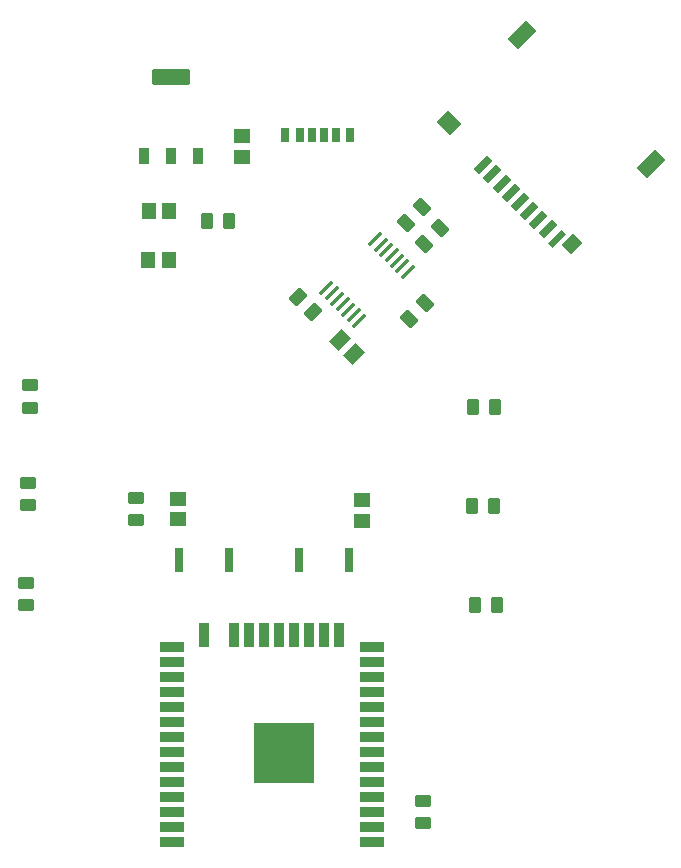
<source format=gbr>
%TF.GenerationSoftware,Altium Limited,Altium Designer,22.2.1 (43)*%
G04 Layer_Color=8421504*
%FSLAX45Y45*%
%MOMM*%
%TF.SameCoordinates,E85C5352-B1E5-4D08-830E-0896481A3A09*%
%TF.FilePolarity,Positive*%
%TF.FileFunction,Paste,Top*%
%TF.Part,Single*%
G01*
G75*
%TA.AperFunction,SMDPad,CuDef*%
%ADD10R,0.80000X1.20000*%
%ADD11R,0.76000X1.20000*%
%ADD12R,0.70000X1.20000*%
%ADD13R,2.00000X0.90000*%
G04:AMPARAMS|DCode=14|XSize=1mm|YSize=1.42mm|CornerRadius=0.125mm|HoleSize=0mm|Usage=FLASHONLY|Rotation=90.000|XOffset=0mm|YOffset=0mm|HoleType=Round|Shape=RoundedRectangle|*
%AMROUNDEDRECTD14*
21,1,1.00000,1.17000,0,0,90.0*
21,1,0.75000,1.42000,0,0,90.0*
1,1,0.25000,0.58500,0.37500*
1,1,0.25000,0.58500,-0.37500*
1,1,0.25000,-0.58500,-0.37500*
1,1,0.25000,-0.58500,0.37500*
%
%ADD14ROUNDEDRECTD14*%
G04:AMPARAMS|DCode=15|XSize=1.16mm|YSize=1.47mm|CornerRadius=0mm|HoleSize=0mm|Usage=FLASHONLY|Rotation=135.000|XOffset=0mm|YOffset=0mm|HoleType=Round|Shape=Rectangle|*
%AMROTATEDRECTD15*
4,1,4,0.92985,0.10960,-0.10960,-0.92985,-0.92985,-0.10960,0.10960,0.92985,0.92985,0.10960,0.0*
%
%ADD15ROTATEDRECTD15*%

%ADD16R,1.16000X1.47000*%
%ADD17R,1.47000X1.16000*%
%ADD18R,0.90000X2.00000*%
%ADD19R,5.08000X5.08000*%
G04:AMPARAMS|DCode=20|XSize=0.93mm|YSize=1.31mm|CornerRadius=0.06975mm|HoleSize=0mm|Usage=FLASHONLY|Rotation=0.000|XOffset=0mm|YOffset=0mm|HoleType=Round|Shape=RoundedRectangle|*
%AMROUNDEDRECTD20*
21,1,0.93000,1.17050,0,0,0.0*
21,1,0.79050,1.31000,0,0,0.0*
1,1,0.13950,0.39525,-0.58525*
1,1,0.13950,-0.39525,-0.58525*
1,1,0.13950,-0.39525,0.58525*
1,1,0.13950,0.39525,0.58525*
%
%ADD20ROUNDEDRECTD20*%
G04:AMPARAMS|DCode=21|XSize=3.24mm|YSize=1.31mm|CornerRadius=0.09825mm|HoleSize=0mm|Usage=FLASHONLY|Rotation=0.000|XOffset=0mm|YOffset=0mm|HoleType=Round|Shape=RoundedRectangle|*
%AMROUNDEDRECTD21*
21,1,3.24000,1.11350,0,0,0.0*
21,1,3.04350,1.31000,0,0,0.0*
1,1,0.19650,1.52175,-0.55675*
1,1,0.19650,-1.52175,-0.55675*
1,1,0.19650,-1.52175,0.55675*
1,1,0.19650,1.52175,0.55675*
%
%ADD21ROUNDEDRECTD21*%
G04:AMPARAMS|DCode=22|XSize=1.4732mm|YSize=0.3556mm|CornerRadius=0mm|HoleSize=0mm|Usage=FLASHONLY|Rotation=225.000|XOffset=0mm|YOffset=0mm|HoleType=Round|Shape=Rectangle|*
%AMROTATEDRECTD22*
4,1,4,0.39513,0.64658,0.64658,0.39513,-0.39513,-0.64658,-0.64658,-0.39513,0.39513,0.64658,0.0*
%
%ADD22ROTATEDRECTD22*%

G04:AMPARAMS|DCode=23|XSize=0.7mm|YSize=1.6mm|CornerRadius=0mm|HoleSize=0mm|Usage=FLASHONLY|Rotation=135.000|XOffset=0mm|YOffset=0mm|HoleType=Round|Shape=Rectangle|*
%AMROTATEDRECTD23*
4,1,4,0.81318,0.31820,-0.31820,-0.81318,-0.81318,-0.31820,0.31820,0.81318,0.81318,0.31820,0.0*
%
%ADD23ROTATEDRECTD23*%

G04:AMPARAMS|DCode=24|XSize=0.5mm|YSize=1.6mm|CornerRadius=0mm|HoleSize=0mm|Usage=FLASHONLY|Rotation=135.000|XOffset=0mm|YOffset=0mm|HoleType=Round|Shape=Rectangle|*
%AMROTATEDRECTD24*
4,1,4,0.74246,0.38891,-0.38891,-0.74246,-0.74246,-0.38891,0.38891,0.74246,0.74246,0.38891,0.0*
%
%ADD24ROTATEDRECTD24*%

G04:AMPARAMS|DCode=25|XSize=1.1mm|YSize=1.4mm|CornerRadius=0mm|HoleSize=0mm|Usage=FLASHONLY|Rotation=135.000|XOffset=0mm|YOffset=0mm|HoleType=Round|Shape=Rectangle|*
%AMROTATEDRECTD25*
4,1,4,0.88388,0.10607,-0.10607,-0.88388,-0.88388,-0.10607,0.10607,0.88388,0.88388,0.10607,0.0*
%
%ADD25ROTATEDRECTD25*%

G04:AMPARAMS|DCode=26|XSize=1.2mm|YSize=2.2mm|CornerRadius=0mm|HoleSize=0mm|Usage=FLASHONLY|Rotation=135.000|XOffset=0mm|YOffset=0mm|HoleType=Round|Shape=Rectangle|*
%AMROTATEDRECTD26*
4,1,4,1.20208,0.35355,-0.35355,-1.20208,-1.20208,-0.35355,0.35355,1.20208,1.20208,0.35355,0.0*
%
%ADD26ROTATEDRECTD26*%

G04:AMPARAMS|DCode=27|XSize=1.6mm|YSize=1.4mm|CornerRadius=0mm|HoleSize=0mm|Usage=FLASHONLY|Rotation=135.000|XOffset=0mm|YOffset=0mm|HoleType=Round|Shape=Rectangle|*
%AMROTATEDRECTD27*
4,1,4,1.06066,-0.07071,0.07071,-1.06066,-1.06066,0.07071,-0.07071,1.06066,1.06066,-0.07071,0.0*
%
%ADD27ROTATEDRECTD27*%

G04:AMPARAMS|DCode=28|XSize=1mm|YSize=1.42mm|CornerRadius=0.125mm|HoleSize=0mm|Usage=FLASHONLY|Rotation=45.000|XOffset=0mm|YOffset=0mm|HoleType=Round|Shape=RoundedRectangle|*
%AMROUNDEDRECTD28*
21,1,1.00000,1.17000,0,0,45.0*
21,1,0.75000,1.42000,0,0,45.0*
1,1,0.25000,0.67883,-0.14849*
1,1,0.25000,0.14849,-0.67883*
1,1,0.25000,-0.67883,0.14849*
1,1,0.25000,-0.14849,0.67883*
%
%ADD28ROUNDEDRECTD28*%
G04:AMPARAMS|DCode=29|XSize=1mm|YSize=1.42mm|CornerRadius=0.125mm|HoleSize=0mm|Usage=FLASHONLY|Rotation=135.000|XOffset=0mm|YOffset=0mm|HoleType=Round|Shape=RoundedRectangle|*
%AMROUNDEDRECTD29*
21,1,1.00000,1.17000,0,0,135.0*
21,1,0.75000,1.42000,0,0,135.0*
1,1,0.25000,0.14849,0.67883*
1,1,0.25000,0.67883,0.14849*
1,1,0.25000,-0.14849,-0.67883*
1,1,0.25000,-0.67883,-0.14849*
%
%ADD29ROUNDEDRECTD29*%
G04:AMPARAMS|DCode=30|XSize=1mm|YSize=1.42mm|CornerRadius=0.125mm|HoleSize=0mm|Usage=FLASHONLY|Rotation=0.000|XOffset=0mm|YOffset=0mm|HoleType=Round|Shape=RoundedRectangle|*
%AMROUNDEDRECTD30*
21,1,1.00000,1.17000,0,0,0.0*
21,1,0.75000,1.42000,0,0,0.0*
1,1,0.25000,0.37500,-0.58500*
1,1,0.25000,-0.37500,-0.58500*
1,1,0.25000,-0.37500,0.58500*
1,1,0.25000,0.37500,0.58500*
%
%ADD30ROUNDEDRECTD30*%
%ADD31R,0.80000X2.00000*%
D10*
X11194860Y11371580D02*
D03*
X10644860D02*
D03*
D11*
X11071860D02*
D03*
X10767860D02*
D03*
D12*
X10969860D02*
D03*
X10869860D02*
D03*
D13*
X9682404Y6019541D02*
D03*
X11382405Y6781541D02*
D03*
Y7035541D02*
D03*
Y6908541D02*
D03*
Y6654541D02*
D03*
Y6527541D02*
D03*
Y6400541D02*
D03*
Y6146541D02*
D03*
Y6019541D02*
D03*
Y5892541D02*
D03*
Y5765541D02*
D03*
Y5638541D02*
D03*
Y5511541D02*
D03*
Y5384541D02*
D03*
X9682404Y7035541D02*
D03*
Y6908541D02*
D03*
Y6781541D02*
D03*
Y6654541D02*
D03*
Y6527541D02*
D03*
Y6400541D02*
D03*
Y6273541D02*
D03*
Y6146541D02*
D03*
Y5892541D02*
D03*
Y5765541D02*
D03*
Y5638541D02*
D03*
Y5511541D02*
D03*
Y5384541D02*
D03*
X11382405Y6273541D02*
D03*
D14*
X8465820Y8235158D02*
D03*
Y8422162D02*
D03*
X9385300Y8295160D02*
D03*
Y8108160D02*
D03*
X8481060Y9063203D02*
D03*
Y9250202D02*
D03*
X8448040Y7391878D02*
D03*
Y7578882D02*
D03*
X11811000Y5732302D02*
D03*
Y5545303D02*
D03*
D15*
X11230605Y9513575D02*
D03*
X11106155Y9638025D02*
D03*
D16*
X9485260Y10312400D02*
D03*
X9661260D02*
D03*
X9487800Y10726420D02*
D03*
X9663800D02*
D03*
D17*
X10279380Y11363060D02*
D03*
Y11187060D02*
D03*
X9735820Y8116200D02*
D03*
Y8292200D02*
D03*
X11295380Y8106040D02*
D03*
Y8282040D02*
D03*
D18*
X10468905Y7135541D02*
D03*
X10341905D02*
D03*
X10214905D02*
D03*
X9960905D02*
D03*
X10595905D02*
D03*
X10722905D02*
D03*
X10849905D02*
D03*
X10976905D02*
D03*
X11103905D02*
D03*
D19*
X10634005Y6136640D02*
D03*
D20*
X9445859Y11189482D02*
D03*
X9674860D02*
D03*
X9903861D02*
D03*
D21*
X9674860Y11858478D02*
D03*
D22*
X11132012Y9938212D02*
D03*
X11270310Y9799919D02*
D03*
X11223615Y9846615D02*
D03*
X11178713Y9891517D02*
D03*
X11085317Y9984913D02*
D03*
X11040415Y10029815D02*
D03*
X10993719Y10076510D02*
D03*
X11406810Y10489601D02*
D03*
X11453505Y10442905D02*
D03*
X11498407Y10398003D02*
D03*
X11545108Y10351308D02*
D03*
X11591803Y10304607D02*
D03*
X11636705Y10259705D02*
D03*
X11683401Y10213010D02*
D03*
D23*
X12321586Y11114994D02*
D03*
X12399366Y11037209D02*
D03*
X12477151Y10959429D02*
D03*
X12554930Y10881650D02*
D03*
X12632710Y10803865D02*
D03*
X12710495Y10726085D02*
D03*
X12788275Y10648305D02*
D03*
X12866055Y10570520D02*
D03*
D24*
X12943840Y10492740D02*
D03*
D25*
X13071120Y10450312D02*
D03*
D26*
X13742868Y11122066D02*
D03*
X12646853Y12218081D02*
D03*
D27*
X12031670Y11475618D02*
D03*
D28*
X11826316Y9946716D02*
D03*
X11694084Y9814484D02*
D03*
X11953316Y10581716D02*
D03*
X11821084Y10449484D02*
D03*
X11800916Y10759516D02*
D03*
X11668684Y10627284D02*
D03*
D29*
X10749204Y10000056D02*
D03*
X10881436Y9867824D02*
D03*
D30*
X12233600Y9067800D02*
D03*
X12420600D02*
D03*
X12250898Y7391400D02*
D03*
X12437902D02*
D03*
X12225503Y8229600D02*
D03*
X12412502D02*
D03*
X10170160Y10640060D02*
D03*
X9983160D02*
D03*
D31*
X10166802Y7772400D02*
D03*
X9746798D02*
D03*
X10762798D02*
D03*
X11182802D02*
D03*
%TF.MD5,f8311b425ad17bda483e3314cdbe9584*%
M02*

</source>
